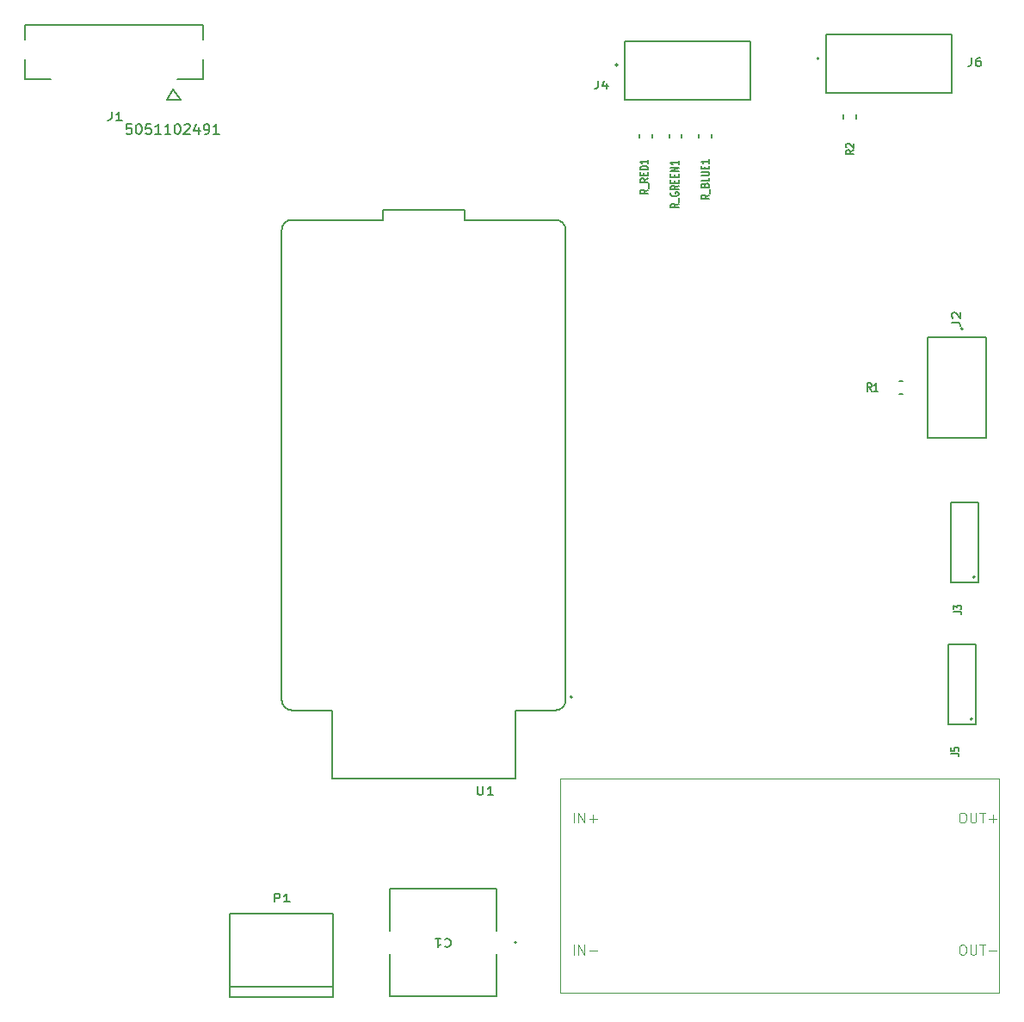
<source format=gbr>
%TF.GenerationSoftware,KiCad,Pcbnew,9.0.2*%
%TF.CreationDate,2025-07-26T16:17:08-04:00*%
%TF.ProjectId,Automated Coin Machine,4175746f-6d61-4746-9564-20436f696e20,rev?*%
%TF.SameCoordinates,Original*%
%TF.FileFunction,Legend,Top*%
%TF.FilePolarity,Positive*%
%FSLAX46Y46*%
G04 Gerber Fmt 4.6, Leading zero omitted, Abs format (unit mm)*
G04 Created by KiCad (PCBNEW 9.0.2) date 2025-07-26 16:17:08*
%MOMM*%
%LPD*%
G01*
G04 APERTURE LIST*
%ADD10C,0.150000*%
%ADD11C,0.100000*%
%ADD12C,0.127000*%
%ADD13C,0.200000*%
%ADD14C,0.152400*%
G04 APERTURE END LIST*
D10*
X110073333Y-63862295D02*
X109859999Y-63481342D01*
X109707618Y-63862295D02*
X109707618Y-63062295D01*
X109707618Y-63062295D02*
X109951428Y-63062295D01*
X109951428Y-63062295D02*
X110012380Y-63100390D01*
X110012380Y-63100390D02*
X110042857Y-63138485D01*
X110042857Y-63138485D02*
X110073333Y-63214676D01*
X110073333Y-63214676D02*
X110073333Y-63328961D01*
X110073333Y-63328961D02*
X110042857Y-63405152D01*
X110042857Y-63405152D02*
X110012380Y-63443247D01*
X110012380Y-63443247D02*
X109951428Y-63481342D01*
X109951428Y-63481342D02*
X109707618Y-63481342D01*
X110682857Y-63862295D02*
X110317142Y-63862295D01*
X110499999Y-63862295D02*
X110499999Y-63062295D01*
X110499999Y-63062295D02*
X110439047Y-63176580D01*
X110439047Y-63176580D02*
X110378095Y-63252771D01*
X110378095Y-63252771D02*
X110317142Y-63290866D01*
X94112295Y-44554285D02*
X93731342Y-44767619D01*
X94112295Y-44920000D02*
X93312295Y-44920000D01*
X93312295Y-44920000D02*
X93312295Y-44676190D01*
X93312295Y-44676190D02*
X93350390Y-44615238D01*
X93350390Y-44615238D02*
X93388485Y-44584761D01*
X93388485Y-44584761D02*
X93464676Y-44554285D01*
X93464676Y-44554285D02*
X93578961Y-44554285D01*
X93578961Y-44554285D02*
X93655152Y-44584761D01*
X93655152Y-44584761D02*
X93693247Y-44615238D01*
X93693247Y-44615238D02*
X93731342Y-44676190D01*
X93731342Y-44676190D02*
X93731342Y-44920000D01*
X94188485Y-44432381D02*
X94188485Y-43944761D01*
X93693247Y-43579047D02*
X93731342Y-43487619D01*
X93731342Y-43487619D02*
X93769438Y-43457142D01*
X93769438Y-43457142D02*
X93845628Y-43426666D01*
X93845628Y-43426666D02*
X93959914Y-43426666D01*
X93959914Y-43426666D02*
X94036104Y-43457142D01*
X94036104Y-43457142D02*
X94074200Y-43487619D01*
X94074200Y-43487619D02*
X94112295Y-43548571D01*
X94112295Y-43548571D02*
X94112295Y-43792381D01*
X94112295Y-43792381D02*
X93312295Y-43792381D01*
X93312295Y-43792381D02*
X93312295Y-43579047D01*
X93312295Y-43579047D02*
X93350390Y-43518095D01*
X93350390Y-43518095D02*
X93388485Y-43487619D01*
X93388485Y-43487619D02*
X93464676Y-43457142D01*
X93464676Y-43457142D02*
X93540866Y-43457142D01*
X93540866Y-43457142D02*
X93617057Y-43487619D01*
X93617057Y-43487619D02*
X93655152Y-43518095D01*
X93655152Y-43518095D02*
X93693247Y-43579047D01*
X93693247Y-43579047D02*
X93693247Y-43792381D01*
X94112295Y-42847619D02*
X94112295Y-43152381D01*
X94112295Y-43152381D02*
X93312295Y-43152381D01*
X93312295Y-42634286D02*
X93959914Y-42634286D01*
X93959914Y-42634286D02*
X94036104Y-42603809D01*
X94036104Y-42603809D02*
X94074200Y-42573333D01*
X94074200Y-42573333D02*
X94112295Y-42512381D01*
X94112295Y-42512381D02*
X94112295Y-42390476D01*
X94112295Y-42390476D02*
X94074200Y-42329524D01*
X94074200Y-42329524D02*
X94036104Y-42299047D01*
X94036104Y-42299047D02*
X93959914Y-42268571D01*
X93959914Y-42268571D02*
X93312295Y-42268571D01*
X93693247Y-41963810D02*
X93693247Y-41750476D01*
X94112295Y-41659048D02*
X94112295Y-41963810D01*
X94112295Y-41963810D02*
X93312295Y-41963810D01*
X93312295Y-41963810D02*
X93312295Y-41659048D01*
X94112295Y-41049523D02*
X94112295Y-41415238D01*
X94112295Y-41232381D02*
X93312295Y-41232381D01*
X93312295Y-41232381D02*
X93426580Y-41293333D01*
X93426580Y-41293333D02*
X93502771Y-41354285D01*
X93502771Y-41354285D02*
X93540866Y-41415238D01*
X117899795Y-99532932D02*
X118471223Y-99532932D01*
X118471223Y-99532932D02*
X118585509Y-99563409D01*
X118585509Y-99563409D02*
X118661700Y-99624361D01*
X118661700Y-99624361D02*
X118699795Y-99715790D01*
X118699795Y-99715790D02*
X118699795Y-99776742D01*
X117899795Y-98923409D02*
X117899795Y-99228171D01*
X117899795Y-99228171D02*
X118280747Y-99258647D01*
X118280747Y-99258647D02*
X118242652Y-99228171D01*
X118242652Y-99228171D02*
X118204557Y-99167218D01*
X118204557Y-99167218D02*
X118204557Y-99014837D01*
X118204557Y-99014837D02*
X118242652Y-98953885D01*
X118242652Y-98953885D02*
X118280747Y-98923409D01*
X118280747Y-98923409D02*
X118356938Y-98892932D01*
X118356938Y-98892932D02*
X118547414Y-98892932D01*
X118547414Y-98892932D02*
X118623604Y-98923409D01*
X118623604Y-98923409D02*
X118661700Y-98953885D01*
X118661700Y-98953885D02*
X118699795Y-99014837D01*
X118699795Y-99014837D02*
X118699795Y-99167218D01*
X118699795Y-99167218D02*
X118661700Y-99228171D01*
X118661700Y-99228171D02*
X118623604Y-99258647D01*
X35328266Y-36392295D02*
X35328266Y-36963723D01*
X35328266Y-36963723D02*
X35280647Y-37078009D01*
X35280647Y-37078009D02*
X35185409Y-37154200D01*
X35185409Y-37154200D02*
X35042552Y-37192295D01*
X35042552Y-37192295D02*
X34947314Y-37192295D01*
X36328266Y-37192295D02*
X35756838Y-37192295D01*
X36042552Y-37192295D02*
X36042552Y-36392295D01*
X36042552Y-36392295D02*
X35947314Y-36506580D01*
X35947314Y-36506580D02*
X35852076Y-36582771D01*
X35852076Y-36582771D02*
X35756838Y-36620866D01*
X37278180Y-37554819D02*
X36801990Y-37554819D01*
X36801990Y-37554819D02*
X36754371Y-38031009D01*
X36754371Y-38031009D02*
X36801990Y-37983390D01*
X36801990Y-37983390D02*
X36897228Y-37935771D01*
X36897228Y-37935771D02*
X37135323Y-37935771D01*
X37135323Y-37935771D02*
X37230561Y-37983390D01*
X37230561Y-37983390D02*
X37278180Y-38031009D01*
X37278180Y-38031009D02*
X37325799Y-38126247D01*
X37325799Y-38126247D02*
X37325799Y-38364342D01*
X37325799Y-38364342D02*
X37278180Y-38459580D01*
X37278180Y-38459580D02*
X37230561Y-38507200D01*
X37230561Y-38507200D02*
X37135323Y-38554819D01*
X37135323Y-38554819D02*
X36897228Y-38554819D01*
X36897228Y-38554819D02*
X36801990Y-38507200D01*
X36801990Y-38507200D02*
X36754371Y-38459580D01*
X37944847Y-37554819D02*
X38040085Y-37554819D01*
X38040085Y-37554819D02*
X38135323Y-37602438D01*
X38135323Y-37602438D02*
X38182942Y-37650057D01*
X38182942Y-37650057D02*
X38230561Y-37745295D01*
X38230561Y-37745295D02*
X38278180Y-37935771D01*
X38278180Y-37935771D02*
X38278180Y-38173866D01*
X38278180Y-38173866D02*
X38230561Y-38364342D01*
X38230561Y-38364342D02*
X38182942Y-38459580D01*
X38182942Y-38459580D02*
X38135323Y-38507200D01*
X38135323Y-38507200D02*
X38040085Y-38554819D01*
X38040085Y-38554819D02*
X37944847Y-38554819D01*
X37944847Y-38554819D02*
X37849609Y-38507200D01*
X37849609Y-38507200D02*
X37801990Y-38459580D01*
X37801990Y-38459580D02*
X37754371Y-38364342D01*
X37754371Y-38364342D02*
X37706752Y-38173866D01*
X37706752Y-38173866D02*
X37706752Y-37935771D01*
X37706752Y-37935771D02*
X37754371Y-37745295D01*
X37754371Y-37745295D02*
X37801990Y-37650057D01*
X37801990Y-37650057D02*
X37849609Y-37602438D01*
X37849609Y-37602438D02*
X37944847Y-37554819D01*
X39182942Y-37554819D02*
X38706752Y-37554819D01*
X38706752Y-37554819D02*
X38659133Y-38031009D01*
X38659133Y-38031009D02*
X38706752Y-37983390D01*
X38706752Y-37983390D02*
X38801990Y-37935771D01*
X38801990Y-37935771D02*
X39040085Y-37935771D01*
X39040085Y-37935771D02*
X39135323Y-37983390D01*
X39135323Y-37983390D02*
X39182942Y-38031009D01*
X39182942Y-38031009D02*
X39230561Y-38126247D01*
X39230561Y-38126247D02*
X39230561Y-38364342D01*
X39230561Y-38364342D02*
X39182942Y-38459580D01*
X39182942Y-38459580D02*
X39135323Y-38507200D01*
X39135323Y-38507200D02*
X39040085Y-38554819D01*
X39040085Y-38554819D02*
X38801990Y-38554819D01*
X38801990Y-38554819D02*
X38706752Y-38507200D01*
X38706752Y-38507200D02*
X38659133Y-38459580D01*
X40182942Y-38554819D02*
X39611514Y-38554819D01*
X39897228Y-38554819D02*
X39897228Y-37554819D01*
X39897228Y-37554819D02*
X39801990Y-37697676D01*
X39801990Y-37697676D02*
X39706752Y-37792914D01*
X39706752Y-37792914D02*
X39611514Y-37840533D01*
X41135323Y-38554819D02*
X40563895Y-38554819D01*
X40849609Y-38554819D02*
X40849609Y-37554819D01*
X40849609Y-37554819D02*
X40754371Y-37697676D01*
X40754371Y-37697676D02*
X40659133Y-37792914D01*
X40659133Y-37792914D02*
X40563895Y-37840533D01*
X41754371Y-37554819D02*
X41849609Y-37554819D01*
X41849609Y-37554819D02*
X41944847Y-37602438D01*
X41944847Y-37602438D02*
X41992466Y-37650057D01*
X41992466Y-37650057D02*
X42040085Y-37745295D01*
X42040085Y-37745295D02*
X42087704Y-37935771D01*
X42087704Y-37935771D02*
X42087704Y-38173866D01*
X42087704Y-38173866D02*
X42040085Y-38364342D01*
X42040085Y-38364342D02*
X41992466Y-38459580D01*
X41992466Y-38459580D02*
X41944847Y-38507200D01*
X41944847Y-38507200D02*
X41849609Y-38554819D01*
X41849609Y-38554819D02*
X41754371Y-38554819D01*
X41754371Y-38554819D02*
X41659133Y-38507200D01*
X41659133Y-38507200D02*
X41611514Y-38459580D01*
X41611514Y-38459580D02*
X41563895Y-38364342D01*
X41563895Y-38364342D02*
X41516276Y-38173866D01*
X41516276Y-38173866D02*
X41516276Y-37935771D01*
X41516276Y-37935771D02*
X41563895Y-37745295D01*
X41563895Y-37745295D02*
X41611514Y-37650057D01*
X41611514Y-37650057D02*
X41659133Y-37602438D01*
X41659133Y-37602438D02*
X41754371Y-37554819D01*
X42468657Y-37650057D02*
X42516276Y-37602438D01*
X42516276Y-37602438D02*
X42611514Y-37554819D01*
X42611514Y-37554819D02*
X42849609Y-37554819D01*
X42849609Y-37554819D02*
X42944847Y-37602438D01*
X42944847Y-37602438D02*
X42992466Y-37650057D01*
X42992466Y-37650057D02*
X43040085Y-37745295D01*
X43040085Y-37745295D02*
X43040085Y-37840533D01*
X43040085Y-37840533D02*
X42992466Y-37983390D01*
X42992466Y-37983390D02*
X42421038Y-38554819D01*
X42421038Y-38554819D02*
X43040085Y-38554819D01*
X43897228Y-37888152D02*
X43897228Y-38554819D01*
X43659133Y-37507200D02*
X43421038Y-38221485D01*
X43421038Y-38221485D02*
X44040085Y-38221485D01*
X44468657Y-38554819D02*
X44659133Y-38554819D01*
X44659133Y-38554819D02*
X44754371Y-38507200D01*
X44754371Y-38507200D02*
X44801990Y-38459580D01*
X44801990Y-38459580D02*
X44897228Y-38316723D01*
X44897228Y-38316723D02*
X44944847Y-38126247D01*
X44944847Y-38126247D02*
X44944847Y-37745295D01*
X44944847Y-37745295D02*
X44897228Y-37650057D01*
X44897228Y-37650057D02*
X44849609Y-37602438D01*
X44849609Y-37602438D02*
X44754371Y-37554819D01*
X44754371Y-37554819D02*
X44563895Y-37554819D01*
X44563895Y-37554819D02*
X44468657Y-37602438D01*
X44468657Y-37602438D02*
X44421038Y-37650057D01*
X44421038Y-37650057D02*
X44373419Y-37745295D01*
X44373419Y-37745295D02*
X44373419Y-37983390D01*
X44373419Y-37983390D02*
X44421038Y-38078628D01*
X44421038Y-38078628D02*
X44468657Y-38126247D01*
X44468657Y-38126247D02*
X44563895Y-38173866D01*
X44563895Y-38173866D02*
X44754371Y-38173866D01*
X44754371Y-38173866D02*
X44849609Y-38126247D01*
X44849609Y-38126247D02*
X44897228Y-38078628D01*
X44897228Y-38078628D02*
X44944847Y-37983390D01*
X45897228Y-38554819D02*
X45325800Y-38554819D01*
X45611514Y-38554819D02*
X45611514Y-37554819D01*
X45611514Y-37554819D02*
X45516276Y-37697676D01*
X45516276Y-37697676D02*
X45421038Y-37792914D01*
X45421038Y-37792914D02*
X45325800Y-37840533D01*
X68111666Y-117823895D02*
X68159285Y-117785800D01*
X68159285Y-117785800D02*
X68302142Y-117747704D01*
X68302142Y-117747704D02*
X68397380Y-117747704D01*
X68397380Y-117747704D02*
X68540237Y-117785800D01*
X68540237Y-117785800D02*
X68635475Y-117861990D01*
X68635475Y-117861990D02*
X68683094Y-117938180D01*
X68683094Y-117938180D02*
X68730713Y-118090561D01*
X68730713Y-118090561D02*
X68730713Y-118204847D01*
X68730713Y-118204847D02*
X68683094Y-118357228D01*
X68683094Y-118357228D02*
X68635475Y-118433419D01*
X68635475Y-118433419D02*
X68540237Y-118509609D01*
X68540237Y-118509609D02*
X68397380Y-118547704D01*
X68397380Y-118547704D02*
X68302142Y-118547704D01*
X68302142Y-118547704D02*
X68159285Y-118509609D01*
X68159285Y-118509609D02*
X68111666Y-118471514D01*
X67159285Y-117747704D02*
X67730713Y-117747704D01*
X67444999Y-117747704D02*
X67444999Y-118547704D01*
X67444999Y-118547704D02*
X67540237Y-118433419D01*
X67540237Y-118433419D02*
X67635475Y-118357228D01*
X67635475Y-118357228D02*
X67730713Y-118319133D01*
X71310595Y-102749795D02*
X71310595Y-103397414D01*
X71310595Y-103397414D02*
X71358214Y-103473604D01*
X71358214Y-103473604D02*
X71405833Y-103511700D01*
X71405833Y-103511700D02*
X71501071Y-103549795D01*
X71501071Y-103549795D02*
X71691547Y-103549795D01*
X71691547Y-103549795D02*
X71786785Y-103511700D01*
X71786785Y-103511700D02*
X71834404Y-103473604D01*
X71834404Y-103473604D02*
X71882023Y-103397414D01*
X71882023Y-103397414D02*
X71882023Y-102749795D01*
X72882023Y-103549795D02*
X72310595Y-103549795D01*
X72596309Y-103549795D02*
X72596309Y-102749795D01*
X72596309Y-102749795D02*
X72501071Y-102864080D01*
X72501071Y-102864080D02*
X72405833Y-102940271D01*
X72405833Y-102940271D02*
X72310595Y-102978366D01*
X88112295Y-44029999D02*
X87731342Y-44243333D01*
X88112295Y-44395714D02*
X87312295Y-44395714D01*
X87312295Y-44395714D02*
X87312295Y-44151904D01*
X87312295Y-44151904D02*
X87350390Y-44090952D01*
X87350390Y-44090952D02*
X87388485Y-44060475D01*
X87388485Y-44060475D02*
X87464676Y-44029999D01*
X87464676Y-44029999D02*
X87578961Y-44029999D01*
X87578961Y-44029999D02*
X87655152Y-44060475D01*
X87655152Y-44060475D02*
X87693247Y-44090952D01*
X87693247Y-44090952D02*
X87731342Y-44151904D01*
X87731342Y-44151904D02*
X87731342Y-44395714D01*
X88188485Y-43908095D02*
X88188485Y-43420475D01*
X88112295Y-42902380D02*
X87731342Y-43115714D01*
X88112295Y-43268095D02*
X87312295Y-43268095D01*
X87312295Y-43268095D02*
X87312295Y-43024285D01*
X87312295Y-43024285D02*
X87350390Y-42963333D01*
X87350390Y-42963333D02*
X87388485Y-42932856D01*
X87388485Y-42932856D02*
X87464676Y-42902380D01*
X87464676Y-42902380D02*
X87578961Y-42902380D01*
X87578961Y-42902380D02*
X87655152Y-42932856D01*
X87655152Y-42932856D02*
X87693247Y-42963333D01*
X87693247Y-42963333D02*
X87731342Y-43024285D01*
X87731342Y-43024285D02*
X87731342Y-43268095D01*
X87693247Y-42628095D02*
X87693247Y-42414761D01*
X88112295Y-42323333D02*
X88112295Y-42628095D01*
X88112295Y-42628095D02*
X87312295Y-42628095D01*
X87312295Y-42628095D02*
X87312295Y-42323333D01*
X88112295Y-42049047D02*
X87312295Y-42049047D01*
X87312295Y-42049047D02*
X87312295Y-41896666D01*
X87312295Y-41896666D02*
X87350390Y-41805237D01*
X87350390Y-41805237D02*
X87426580Y-41744285D01*
X87426580Y-41744285D02*
X87502771Y-41713808D01*
X87502771Y-41713808D02*
X87655152Y-41683332D01*
X87655152Y-41683332D02*
X87769438Y-41683332D01*
X87769438Y-41683332D02*
X87921819Y-41713808D01*
X87921819Y-41713808D02*
X87998009Y-41744285D01*
X87998009Y-41744285D02*
X88074200Y-41805237D01*
X88074200Y-41805237D02*
X88112295Y-41896666D01*
X88112295Y-41896666D02*
X88112295Y-42049047D01*
X88112295Y-41073808D02*
X88112295Y-41439523D01*
X88112295Y-41256666D02*
X87312295Y-41256666D01*
X87312295Y-41256666D02*
X87426580Y-41317618D01*
X87426580Y-41317618D02*
X87502771Y-41378570D01*
X87502771Y-41378570D02*
X87540866Y-41439523D01*
X118027295Y-57064960D02*
X118598723Y-57064960D01*
X118598723Y-57064960D02*
X118713009Y-57109955D01*
X118713009Y-57109955D02*
X118789200Y-57199943D01*
X118789200Y-57199943D02*
X118827295Y-57334927D01*
X118827295Y-57334927D02*
X118827295Y-57424915D01*
X118103485Y-56660011D02*
X118065390Y-56615017D01*
X118065390Y-56615017D02*
X118027295Y-56525028D01*
X118027295Y-56525028D02*
X118027295Y-56300056D01*
X118027295Y-56300056D02*
X118065390Y-56210067D01*
X118065390Y-56210067D02*
X118103485Y-56165073D01*
X118103485Y-56165073D02*
X118179676Y-56120078D01*
X118179676Y-56120078D02*
X118255866Y-56120078D01*
X118255866Y-56120078D02*
X118370152Y-56165073D01*
X118370152Y-56165073D02*
X118827295Y-56705005D01*
X118827295Y-56705005D02*
X118827295Y-56120078D01*
X118149795Y-85562932D02*
X118721223Y-85562932D01*
X118721223Y-85562932D02*
X118835509Y-85593409D01*
X118835509Y-85593409D02*
X118911700Y-85654361D01*
X118911700Y-85654361D02*
X118949795Y-85745790D01*
X118949795Y-85745790D02*
X118949795Y-85806742D01*
X118149795Y-85319123D02*
X118149795Y-84922932D01*
X118149795Y-84922932D02*
X118454557Y-85136266D01*
X118454557Y-85136266D02*
X118454557Y-85044837D01*
X118454557Y-85044837D02*
X118492652Y-84983885D01*
X118492652Y-84983885D02*
X118530747Y-84953409D01*
X118530747Y-84953409D02*
X118606938Y-84922932D01*
X118606938Y-84922932D02*
X118797414Y-84922932D01*
X118797414Y-84922932D02*
X118873604Y-84953409D01*
X118873604Y-84953409D02*
X118911700Y-84983885D01*
X118911700Y-84983885D02*
X118949795Y-85044837D01*
X118949795Y-85044837D02*
X118949795Y-85227694D01*
X118949795Y-85227694D02*
X118911700Y-85288647D01*
X118911700Y-85288647D02*
X118873604Y-85319123D01*
X108362295Y-40106666D02*
X107981342Y-40320000D01*
X108362295Y-40472381D02*
X107562295Y-40472381D01*
X107562295Y-40472381D02*
X107562295Y-40228571D01*
X107562295Y-40228571D02*
X107600390Y-40167619D01*
X107600390Y-40167619D02*
X107638485Y-40137142D01*
X107638485Y-40137142D02*
X107714676Y-40106666D01*
X107714676Y-40106666D02*
X107828961Y-40106666D01*
X107828961Y-40106666D02*
X107905152Y-40137142D01*
X107905152Y-40137142D02*
X107943247Y-40167619D01*
X107943247Y-40167619D02*
X107981342Y-40228571D01*
X107981342Y-40228571D02*
X107981342Y-40472381D01*
X107638485Y-39862857D02*
X107600390Y-39832381D01*
X107600390Y-39832381D02*
X107562295Y-39771428D01*
X107562295Y-39771428D02*
X107562295Y-39619047D01*
X107562295Y-39619047D02*
X107600390Y-39558095D01*
X107600390Y-39558095D02*
X107638485Y-39527619D01*
X107638485Y-39527619D02*
X107714676Y-39497142D01*
X107714676Y-39497142D02*
X107790866Y-39497142D01*
X107790866Y-39497142D02*
X107905152Y-39527619D01*
X107905152Y-39527619D02*
X108362295Y-39893333D01*
X108362295Y-39893333D02*
X108362295Y-39497142D01*
X83185039Y-33312295D02*
X83185039Y-33883723D01*
X83185039Y-33883723D02*
X83140044Y-33998009D01*
X83140044Y-33998009D02*
X83050056Y-34074200D01*
X83050056Y-34074200D02*
X82915072Y-34112295D01*
X82915072Y-34112295D02*
X82825084Y-34112295D01*
X84039932Y-33578961D02*
X84039932Y-34112295D01*
X83814960Y-33274200D02*
X83589988Y-33845628D01*
X83589988Y-33845628D02*
X84174915Y-33845628D01*
X91112295Y-45404761D02*
X90731342Y-45618095D01*
X91112295Y-45770476D02*
X90312295Y-45770476D01*
X90312295Y-45770476D02*
X90312295Y-45526666D01*
X90312295Y-45526666D02*
X90350390Y-45465714D01*
X90350390Y-45465714D02*
X90388485Y-45435237D01*
X90388485Y-45435237D02*
X90464676Y-45404761D01*
X90464676Y-45404761D02*
X90578961Y-45404761D01*
X90578961Y-45404761D02*
X90655152Y-45435237D01*
X90655152Y-45435237D02*
X90693247Y-45465714D01*
X90693247Y-45465714D02*
X90731342Y-45526666D01*
X90731342Y-45526666D02*
X90731342Y-45770476D01*
X91188485Y-45282857D02*
X91188485Y-44795237D01*
X90350390Y-44307618D02*
X90312295Y-44368571D01*
X90312295Y-44368571D02*
X90312295Y-44459999D01*
X90312295Y-44459999D02*
X90350390Y-44551428D01*
X90350390Y-44551428D02*
X90426580Y-44612380D01*
X90426580Y-44612380D02*
X90502771Y-44642857D01*
X90502771Y-44642857D02*
X90655152Y-44673333D01*
X90655152Y-44673333D02*
X90769438Y-44673333D01*
X90769438Y-44673333D02*
X90921819Y-44642857D01*
X90921819Y-44642857D02*
X90998009Y-44612380D01*
X90998009Y-44612380D02*
X91074200Y-44551428D01*
X91074200Y-44551428D02*
X91112295Y-44459999D01*
X91112295Y-44459999D02*
X91112295Y-44399047D01*
X91112295Y-44399047D02*
X91074200Y-44307618D01*
X91074200Y-44307618D02*
X91036104Y-44277142D01*
X91036104Y-44277142D02*
X90769438Y-44277142D01*
X90769438Y-44277142D02*
X90769438Y-44399047D01*
X91112295Y-43637142D02*
X90731342Y-43850476D01*
X91112295Y-44002857D02*
X90312295Y-44002857D01*
X90312295Y-44002857D02*
X90312295Y-43759047D01*
X90312295Y-43759047D02*
X90350390Y-43698095D01*
X90350390Y-43698095D02*
X90388485Y-43667618D01*
X90388485Y-43667618D02*
X90464676Y-43637142D01*
X90464676Y-43637142D02*
X90578961Y-43637142D01*
X90578961Y-43637142D02*
X90655152Y-43667618D01*
X90655152Y-43667618D02*
X90693247Y-43698095D01*
X90693247Y-43698095D02*
X90731342Y-43759047D01*
X90731342Y-43759047D02*
X90731342Y-44002857D01*
X90693247Y-43362857D02*
X90693247Y-43149523D01*
X91112295Y-43058095D02*
X91112295Y-43362857D01*
X91112295Y-43362857D02*
X90312295Y-43362857D01*
X90312295Y-43362857D02*
X90312295Y-43058095D01*
X90693247Y-42783809D02*
X90693247Y-42570475D01*
X91112295Y-42479047D02*
X91112295Y-42783809D01*
X91112295Y-42783809D02*
X90312295Y-42783809D01*
X90312295Y-42783809D02*
X90312295Y-42479047D01*
X91112295Y-42204761D02*
X90312295Y-42204761D01*
X90312295Y-42204761D02*
X91112295Y-41839046D01*
X91112295Y-41839046D02*
X90312295Y-41839046D01*
X91112295Y-41199046D02*
X91112295Y-41564761D01*
X91112295Y-41381904D02*
X90312295Y-41381904D01*
X90312295Y-41381904D02*
X90426580Y-41442856D01*
X90426580Y-41442856D02*
X90502771Y-41503808D01*
X90502771Y-41503808D02*
X90540866Y-41564761D01*
X51330399Y-114127350D02*
X51330399Y-113327350D01*
X51330399Y-113327350D02*
X51712128Y-113327350D01*
X51712128Y-113327350D02*
X51807561Y-113365445D01*
X51807561Y-113365445D02*
X51855277Y-113403540D01*
X51855277Y-113403540D02*
X51902993Y-113479731D01*
X51902993Y-113479731D02*
X51902993Y-113594016D01*
X51902993Y-113594016D02*
X51855277Y-113670207D01*
X51855277Y-113670207D02*
X51807561Y-113708302D01*
X51807561Y-113708302D02*
X51712128Y-113746397D01*
X51712128Y-113746397D02*
X51330399Y-113746397D01*
X52857316Y-114127350D02*
X52284722Y-114127350D01*
X52571019Y-114127350D02*
X52571019Y-113327350D01*
X52571019Y-113327350D02*
X52475587Y-113441635D01*
X52475587Y-113441635D02*
X52380154Y-113517826D01*
X52380154Y-113517826D02*
X52284722Y-113555921D01*
X119935039Y-31062295D02*
X119935039Y-31633723D01*
X119935039Y-31633723D02*
X119890044Y-31748009D01*
X119890044Y-31748009D02*
X119800056Y-31824200D01*
X119800056Y-31824200D02*
X119665072Y-31862295D01*
X119665072Y-31862295D02*
X119575084Y-31862295D01*
X120789932Y-31062295D02*
X120609954Y-31062295D01*
X120609954Y-31062295D02*
X120519966Y-31100390D01*
X120519966Y-31100390D02*
X120474971Y-31138485D01*
X120474971Y-31138485D02*
X120384982Y-31252771D01*
X120384982Y-31252771D02*
X120339988Y-31405152D01*
X120339988Y-31405152D02*
X120339988Y-31709914D01*
X120339988Y-31709914D02*
X120384982Y-31786104D01*
X120384982Y-31786104D02*
X120429977Y-31824200D01*
X120429977Y-31824200D02*
X120519966Y-31862295D01*
X120519966Y-31862295D02*
X120699943Y-31862295D01*
X120699943Y-31862295D02*
X120789932Y-31824200D01*
X120789932Y-31824200D02*
X120834926Y-31786104D01*
X120834926Y-31786104D02*
X120879921Y-31709914D01*
X120879921Y-31709914D02*
X120879921Y-31519438D01*
X120879921Y-31519438D02*
X120834926Y-31443247D01*
X120834926Y-31443247D02*
X120789932Y-31405152D01*
X120789932Y-31405152D02*
X120699943Y-31367057D01*
X120699943Y-31367057D02*
X120519966Y-31367057D01*
X120519966Y-31367057D02*
X120429977Y-31405152D01*
X120429977Y-31405152D02*
X120384982Y-31443247D01*
X120384982Y-31443247D02*
X120339988Y-31519438D01*
D11*
X80778884Y-106326419D02*
X80778884Y-105326419D01*
X81255074Y-106326419D02*
X81255074Y-105326419D01*
X81255074Y-105326419D02*
X81826502Y-106326419D01*
X81826502Y-106326419D02*
X81826502Y-105326419D01*
X82302693Y-105945466D02*
X83064598Y-105945466D01*
X82683645Y-106326419D02*
X82683645Y-105564514D01*
X118969360Y-118326419D02*
X119159836Y-118326419D01*
X119159836Y-118326419D02*
X119255074Y-118374038D01*
X119255074Y-118374038D02*
X119350312Y-118469276D01*
X119350312Y-118469276D02*
X119397931Y-118659752D01*
X119397931Y-118659752D02*
X119397931Y-118993085D01*
X119397931Y-118993085D02*
X119350312Y-119183561D01*
X119350312Y-119183561D02*
X119255074Y-119278800D01*
X119255074Y-119278800D02*
X119159836Y-119326419D01*
X119159836Y-119326419D02*
X118969360Y-119326419D01*
X118969360Y-119326419D02*
X118874122Y-119278800D01*
X118874122Y-119278800D02*
X118778884Y-119183561D01*
X118778884Y-119183561D02*
X118731265Y-118993085D01*
X118731265Y-118993085D02*
X118731265Y-118659752D01*
X118731265Y-118659752D02*
X118778884Y-118469276D01*
X118778884Y-118469276D02*
X118874122Y-118374038D01*
X118874122Y-118374038D02*
X118969360Y-118326419D01*
X119826503Y-118326419D02*
X119826503Y-119135942D01*
X119826503Y-119135942D02*
X119874122Y-119231180D01*
X119874122Y-119231180D02*
X119921741Y-119278800D01*
X119921741Y-119278800D02*
X120016979Y-119326419D01*
X120016979Y-119326419D02*
X120207455Y-119326419D01*
X120207455Y-119326419D02*
X120302693Y-119278800D01*
X120302693Y-119278800D02*
X120350312Y-119231180D01*
X120350312Y-119231180D02*
X120397931Y-119135942D01*
X120397931Y-119135942D02*
X120397931Y-118326419D01*
X120731265Y-118326419D02*
X121302693Y-118326419D01*
X121016979Y-119326419D02*
X121016979Y-118326419D01*
X121636027Y-118945466D02*
X122397932Y-118945466D01*
X80778884Y-119326419D02*
X80778884Y-118326419D01*
X81255074Y-119326419D02*
X81255074Y-118326419D01*
X81255074Y-118326419D02*
X81826502Y-119326419D01*
X81826502Y-119326419D02*
X81826502Y-118326419D01*
X82302693Y-118945466D02*
X83064598Y-118945466D01*
X118969360Y-105326419D02*
X119159836Y-105326419D01*
X119159836Y-105326419D02*
X119255074Y-105374038D01*
X119255074Y-105374038D02*
X119350312Y-105469276D01*
X119350312Y-105469276D02*
X119397931Y-105659752D01*
X119397931Y-105659752D02*
X119397931Y-105993085D01*
X119397931Y-105993085D02*
X119350312Y-106183561D01*
X119350312Y-106183561D02*
X119255074Y-106278800D01*
X119255074Y-106278800D02*
X119159836Y-106326419D01*
X119159836Y-106326419D02*
X118969360Y-106326419D01*
X118969360Y-106326419D02*
X118874122Y-106278800D01*
X118874122Y-106278800D02*
X118778884Y-106183561D01*
X118778884Y-106183561D02*
X118731265Y-105993085D01*
X118731265Y-105993085D02*
X118731265Y-105659752D01*
X118731265Y-105659752D02*
X118778884Y-105469276D01*
X118778884Y-105469276D02*
X118874122Y-105374038D01*
X118874122Y-105374038D02*
X118969360Y-105326419D01*
X119826503Y-105326419D02*
X119826503Y-106135942D01*
X119826503Y-106135942D02*
X119874122Y-106231180D01*
X119874122Y-106231180D02*
X119921741Y-106278800D01*
X119921741Y-106278800D02*
X120016979Y-106326419D01*
X120016979Y-106326419D02*
X120207455Y-106326419D01*
X120207455Y-106326419D02*
X120302693Y-106278800D01*
X120302693Y-106278800D02*
X120350312Y-106231180D01*
X120350312Y-106231180D02*
X120397931Y-106135942D01*
X120397931Y-106135942D02*
X120397931Y-105326419D01*
X120731265Y-105326419D02*
X121302693Y-105326419D01*
X121016979Y-106326419D02*
X121016979Y-105326419D01*
X121636027Y-105945466D02*
X122397932Y-105945466D01*
X122016979Y-106326419D02*
X122016979Y-105564514D01*
D12*
%TO.C,R1*%
X112825000Y-62875000D02*
X113175000Y-62875000D01*
X112825000Y-64125000D02*
X113175000Y-64125000D01*
%TO.C,R_BLUE1*%
X93110000Y-38910000D02*
X93110000Y-38560000D01*
X94360000Y-38910000D02*
X94360000Y-38560000D01*
D13*
%TO.C,J5*%
X117630000Y-88800000D02*
X120370000Y-88800000D01*
X117630000Y-96620000D02*
X117630000Y-88800000D01*
X120370000Y-88800000D02*
X120370000Y-96620000D01*
X120370000Y-96620000D02*
X117630000Y-96620000D01*
X120000000Y-96110000D02*
G75*
G02*
X119800000Y-96110000I-100000J0D01*
G01*
X119800000Y-96110000D02*
G75*
G02*
X120000000Y-96110000I100000J0D01*
G01*
D14*
%TO.C,J1*%
X26822400Y-27838400D02*
X26822400Y-29260800D01*
X26822400Y-31191200D02*
X26822400Y-33121600D01*
X26822400Y-33121600D02*
X29337000Y-33121600D01*
X40741600Y-35204400D02*
X41376600Y-34188400D01*
X41783000Y-33121600D02*
X44297600Y-33121600D01*
X42138600Y-35204400D02*
X40741600Y-35204400D01*
X42138600Y-35204400D02*
X41376600Y-34188400D01*
X44297600Y-27838400D02*
X26822400Y-27838400D01*
X44297600Y-29260800D02*
X44297600Y-27838400D01*
X44297600Y-33121600D02*
X44297600Y-31191200D01*
%TO.C,C1*%
X62661800Y-112826800D02*
X62661800Y-116977160D01*
X62661800Y-119242840D02*
X62661800Y-123393200D01*
X62661800Y-123393200D02*
X73228200Y-123393200D01*
X73228200Y-112826800D02*
X62661800Y-112826800D01*
X73228200Y-116977160D02*
X73228200Y-112826800D01*
X73228200Y-123393200D02*
X73228200Y-119242840D01*
X75145900Y-118110000D02*
G75*
G02*
X74993500Y-118110000I-76200J0D01*
G01*
X74993500Y-118110000D02*
G75*
G02*
X75145900Y-118110000I76200J0D01*
G01*
D12*
%TO.C,U1*%
X52070000Y-47990000D02*
X52070000Y-94250000D01*
X57040000Y-95250000D02*
X53070000Y-95250000D01*
X57040000Y-101990000D02*
X57040000Y-95250000D01*
X61990000Y-45990000D02*
X61990000Y-46990000D01*
X61990000Y-46990000D02*
X53070000Y-46990000D01*
X70090000Y-45990000D02*
X61990000Y-45990000D01*
X70090000Y-46990000D02*
X70090000Y-45990000D01*
X75040000Y-95250000D02*
X75040000Y-101990000D01*
X75040000Y-101990000D02*
X57040000Y-101990000D01*
X79010000Y-46990000D02*
X70090000Y-46990000D01*
X79010000Y-95250000D02*
X75040000Y-95250000D01*
X80010000Y-47990000D02*
X80010000Y-94250000D01*
X52070000Y-47990000D02*
G75*
G02*
X53070000Y-46990000I1000000J0D01*
G01*
X53070000Y-95250000D02*
G75*
G02*
X52070000Y-94250000I0J1000000D01*
G01*
X79010000Y-46990000D02*
G75*
G02*
X80010000Y-47990000I1J-999999D01*
G01*
X80010000Y-94250000D02*
G75*
G02*
X79010000Y-95250000I-999999J-1D01*
G01*
D13*
X80640000Y-93955000D02*
G75*
G02*
X80440000Y-93955000I-100000J0D01*
G01*
X80440000Y-93955000D02*
G75*
G02*
X80640000Y-93955000I100000J0D01*
G01*
D12*
%TO.C,R_RED1*%
X87250000Y-38910000D02*
X87250000Y-38560000D01*
X88500000Y-38910000D02*
X88500000Y-38560000D01*
%TO.C,J2*%
X115600000Y-58510000D02*
X121350000Y-58510000D01*
X115600000Y-68410000D02*
X115600000Y-58510000D01*
X121350000Y-58510000D02*
X121350000Y-68410000D01*
X121350000Y-68410000D02*
X115600000Y-68410000D01*
D13*
X119100000Y-57710000D02*
G75*
G02*
X118900000Y-57710000I-100000J0D01*
G01*
X118900000Y-57710000D02*
G75*
G02*
X119100000Y-57710000I100000J0D01*
G01*
%TO.C,J3*%
X117880000Y-74830000D02*
X120620000Y-74830000D01*
X117880000Y-82650000D02*
X117880000Y-74830000D01*
X120620000Y-74830000D02*
X120620000Y-82650000D01*
X120620000Y-82650000D02*
X117880000Y-82650000D01*
X120250000Y-82140000D02*
G75*
G02*
X120050000Y-82140000I-100000J0D01*
G01*
X120050000Y-82140000D02*
G75*
G02*
X120250000Y-82140000I100000J0D01*
G01*
D12*
%TO.C,R2*%
X107325000Y-37005000D02*
X107325000Y-36655000D01*
X108575000Y-37005000D02*
X108575000Y-36655000D01*
%TO.C,J4*%
X85815000Y-29400000D02*
X98215000Y-29400000D01*
X85815000Y-35150000D02*
X85815000Y-29400000D01*
X98215000Y-29400000D02*
X98215000Y-35150000D01*
X98215000Y-35150000D02*
X85815000Y-35150000D01*
D13*
X85115000Y-31750000D02*
G75*
G02*
X84915000Y-31750000I-100000J0D01*
G01*
X84915000Y-31750000D02*
G75*
G02*
X85115000Y-31750000I100000J0D01*
G01*
D12*
%TO.C,R_GREEN1*%
X90180000Y-38910000D02*
X90180000Y-38560000D01*
X91430000Y-38910000D02*
X91430000Y-38560000D01*
%TO.C,P1*%
X46990000Y-115280000D02*
X57150000Y-115280000D01*
X46990000Y-122480000D02*
X46990000Y-115280000D01*
X46990000Y-122480000D02*
X57150000Y-122480000D01*
X46990000Y-123480000D02*
X46990000Y-122480000D01*
X57150000Y-115280000D02*
X57150000Y-122480000D01*
X57150000Y-122480000D02*
X57150000Y-123480000D01*
X57150000Y-123480000D02*
X46990000Y-123480000D01*
%TO.C,J6*%
X105620000Y-28765000D02*
X118020000Y-28765000D01*
X105620000Y-34515000D02*
X105620000Y-28765000D01*
X118020000Y-28765000D02*
X118020000Y-34515000D01*
X118020000Y-34515000D02*
X105620000Y-34515000D01*
D13*
X104920000Y-31115000D02*
G75*
G02*
X104720000Y-31115000I-100000J0D01*
G01*
X104720000Y-31115000D02*
G75*
G02*
X104920000Y-31115000I100000J0D01*
G01*
%TO.C,U2*%
D11*
X79475000Y-101954000D02*
X122655000Y-101954000D01*
X122655000Y-123036000D01*
X79475000Y-123036000D01*
X79475000Y-101954000D01*
%TD*%
M02*

</source>
